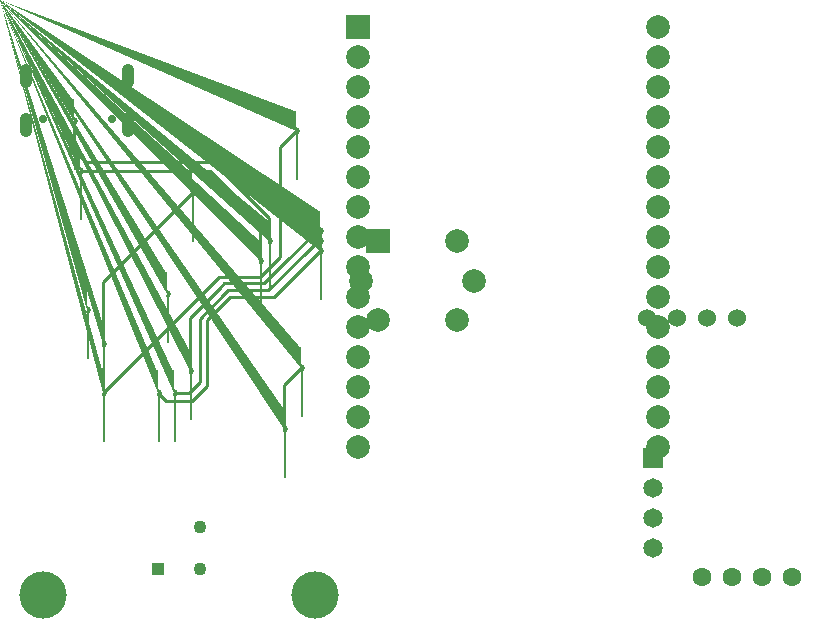
<source format=gbr>
%TF.GenerationSoftware,Flux,Pcbnew,7.0.11-7.0.11~ubuntu20.04.1*%
%TF.CreationDate,2024-04-08T19:48:30+00:00*%
%TF.ProjectId,input,696e7075-742e-46b6-9963-61645f706362,rev?*%
%TF.SameCoordinates,Original*%
%TF.FileFunction,Copper,L4,Bot*%
%TF.FilePolarity,Positive*%
%FSLAX46Y46*%
G04 Gerber Fmt 4.6, Leading zero omitted, Abs format (unit mm)*
G04 Filename: construction*
G04 Build it with Flux! Visit our site at: https://www.flux.ai (PCBNEW 7.0.11-7.0.11~ubuntu20.04.1) date 2024-04-08 19:48:30*
%MOMM*%
%LPD*%
G01*
G04 APERTURE LIST*
G04 Aperture macros list*
%AMFreePoly0*
4,1,5,1.000000,-1.000000,-1.000000,-1.000000,-1.000000,1.000000,1.000000,1.000000,1.000000,-1.000000,1.000000,-1.000000,$1*%
%AMFreePoly1*
4,1,5,0.550000,-0.550000,-0.550000,-0.550000,-0.550000,0.550000,0.550000,0.550000,0.550000,-0.550000,0.550000,-0.550000,$1*%
%AMFreePoly2*
4,1,129,0.022069,0.299187,0.036723,0.297744,0.051289,0.295583,0.065730,0.292711,0.080014,0.289133,0.094105,0.284858,0.107969,0.279898,0.121572,0.274263,0.134883,0.267967,0.147869,0.261026,0.160499,0.253456,0.172742,0.245275,0.184569,0.236504,0.195952,0.227163,0.206862,0.217274,0.217274,0.206862,0.227163,0.195952,0.236504,0.184569,0.245275,0.172742,0.253456,0.160499,
0.261026,0.147869,0.267967,0.134883,0.274263,0.121572,0.279898,0.107969,0.284858,0.094105,0.289133,0.080014,0.292711,0.065730,0.295583,0.051289,0.297744,0.036723,0.299187,0.022069,0.299910,0.007362,0.299910,-0.007362,0.299187,-0.022069,0.297744,-0.036723,0.295583,-0.051289,0.292711,-0.065730,0.289133,-0.080014,0.284858,-0.094105,0.279898,-0.107969,0.274263,-0.121572,
0.267967,-0.134883,0.261026,-0.147869,0.253456,-0.160499,0.245275,-0.172742,0.236504,-0.184569,0.227163,-0.195952,0.217274,-0.206862,0.206862,-0.217274,0.195952,-0.227163,0.184569,-0.236504,0.172742,-0.245275,0.160499,-0.253456,0.147869,-0.261026,0.134883,-0.267967,0.121572,-0.274263,0.107969,-0.279898,0.094105,-0.284858,0.080014,-0.289133,0.065730,-0.292711,0.051289,-0.295583,
0.036723,-0.297744,0.022069,-0.299187,0.007362,-0.299910,-0.007362,-0.299910,-0.022069,-0.299187,-0.036723,-0.297744,-0.051289,-0.295583,-0.065730,-0.292711,-0.080014,-0.289133,-0.094105,-0.284858,-0.107969,-0.279898,-0.121572,-0.274263,-0.134883,-0.267967,-0.147869,-0.261026,-0.160499,-0.253456,-0.172742,-0.245275,-0.184569,-0.236504,-0.195952,-0.227163,-0.206862,-0.217274,-0.217274,-0.206862,
-0.227163,-0.195952,-0.236504,-0.184569,-0.245275,-0.172742,-0.253456,-0.160499,-0.261026,-0.147869,-0.267967,-0.134883,-0.274263,-0.121572,-0.279898,-0.107969,-0.284858,-0.094105,-0.289133,-0.080014,-0.292711,-0.065730,-0.295583,-0.051289,-0.297744,-0.036723,-0.299187,-0.022069,-0.299910,-0.007362,-0.299910,0.007362,-0.299187,0.022069,-0.297744,0.036723,-0.295583,0.051289,-0.292711,0.065730,
-0.289133,0.080014,-0.284858,0.094105,-0.279898,0.107969,-0.274263,0.121572,-0.267967,0.134883,-0.261026,0.147869,-0.253456,0.160499,-0.245275,0.172742,-0.236504,0.184569,-0.227163,0.195952,-0.217274,0.206862,-0.206862,0.217274,-0.195952,0.227163,-0.184569,0.236504,-0.172742,0.245275,-0.160499,0.253456,-0.147869,0.261026,-0.134883,0.267967,-0.121572,0.274263,-0.107969,0.279898,
-0.094105,0.284858,-0.080014,0.289133,-0.065730,0.292711,-0.051289,0.295583,-0.036723,0.297744,-0.022069,0.299187,-0.007362,0.299910,0.007362,0.299910,0.022069,0.299187,0.022069,0.299187,$1*%
%AMFreePoly3*
4,1,5,0.825500,-0.825500,-0.825500,-0.825500,-0.825500,0.825500,0.825500,0.825500,0.825500,-0.825500,0.825500,-0.825500,$1*%
G04 Aperture macros list end*
%TA.AperFunction,ComponentPad*%
%ADD10C,2.000000*%
%TD*%
%TA.AperFunction,ComponentPad*%
%ADD11FreePoly0,0.000000*%
%TD*%
%TA.AperFunction,ComponentPad*%
%ADD12C,1.530000*%
%TD*%
%TA.AperFunction,ComponentPad*%
%ADD13O,1.050000X2.100000*%
%TD*%
%TA.AperFunction,ComponentPad*%
%ADD14C,0.700000*%
%TD*%
%TA.AperFunction,ComponentPad*%
%ADD15C,1.100000*%
%TD*%
%TA.AperFunction,ComponentPad*%
%ADD16FreePoly1,0.000000*%
%TD*%
%TA.AperFunction,ComponentPad*%
%ADD17FreePoly2,0.000000*%
%TD*%
%TA.AperFunction,ComponentPad*%
%ADD18C,4.000000*%
%TD*%
%TA.AperFunction,ComponentPad*%
%ADD19C,1.651000*%
%TD*%
%TA.AperFunction,ComponentPad*%
%ADD20FreePoly3,0.000000*%
%TD*%
%TA.AperFunction,ComponentPad*%
%ADD21C,1.600000*%
%TD*%
%TA.AperFunction,Conductor*%
%ADD22C,0.254000*%
%TD*%
G04 APERTURE END LIST*
D10*
%TO.P,,2684df83-8935-4121-ac40-83fb56e09c55__1681c945-72b0-7f93-9b1c-d8b98d81837b*%
%TO.N,N/C*%
X-17507400Y28438700D03*
%TO.P,,2684df83-8935-4121-ac40-83fb56e09c55__17fab3a6-b3b6-8ec4-2264-054d9d50592e*%
X-17507400Y-2041300D03*
%TO.P,,2684df83-8935-4121-ac40-83fb56e09c55__2020778a-1c05-828e-63d2-95975d722ede*%
X7892600Y5578700D03*
%TO.P,,2684df83-8935-4121-ac40-83fb56e09c55__21710e97-dc1e-f15b-eda8-a2464dd03780*%
X7892600Y3038700D03*
%TO.P,,2684df83-8935-4121-ac40-83fb56e09c55__27f9481c-3bcb-2a90-564a-5c7ded790d28*%
X7892600Y-2041300D03*
%TO.P,,2684df83-8935-4121-ac40-83fb56e09c55__328c094f-8b70-cc20-8ddc-ef78a24b48db*%
X-17507400Y5578700D03*
%TO.P,,2684df83-8935-4121-ac40-83fb56e09c55__332a967e-81ea-16ac-e60a-cc2e17d8dde3*%
X-17507400Y-4581300D03*
%TO.P,,2684df83-8935-4121-ac40-83fb56e09c55__374c4f85-6c34-b15b-3ed5-1f7ff7b3a299*%
X7892600Y-4581300D03*
%TO.P,,2684df83-8935-4121-ac40-83fb56e09c55__381f7a56-7398-9b44-1763-21f06fc513c0*%
X7892600Y23358700D03*
%TO.P,,2684df83-8935-4121-ac40-83fb56e09c55__45d4cad7-f425-cede-92f6-a2a1401b4e1f*%
X7892600Y13198700D03*
%TO.P,,2684df83-8935-4121-ac40-83fb56e09c55__5107874f-f7f4-8575-a692-b229e930cc41*%
X7892600Y25898700D03*
%TO.P,,2684df83-8935-4121-ac40-83fb56e09c55__51e6bff1-4260-f25f-d7f8-571ef873bd30*%
X-17507400Y18278700D03*
%TO.P,,2684df83-8935-4121-ac40-83fb56e09c55__57debd97-c2d0-e2c3-162d-79ee89d24b9a*%
X7892600Y498700D03*
%TO.P,,2684df83-8935-4121-ac40-83fb56e09c55__6a9fca37-2f67-b1da-a2f9-9eb7d3abe056*%
X7892600Y18278700D03*
%TO.P,,2684df83-8935-4121-ac40-83fb56e09c55__701db258-9fa3-cad7-30a5-5a6561dbb355*%
X7892600Y10658700D03*
%TO.P,,2684df83-8935-4121-ac40-83fb56e09c55__738b38ea-6f61-98d8-8d47-fccc3061142e*%
X-17507400Y10658700D03*
%TO.P,,2684df83-8935-4121-ac40-83fb56e09c55__8579b95e-c318-74ec-0dac-91f72d1d9f20*%
X-17507400Y13198700D03*
%TO.P,,2684df83-8935-4121-ac40-83fb56e09c55__a2cd3a6f-ce48-58eb-583f-fb343e76ae66*%
X7892600Y30978700D03*
%TO.P,,2684df83-8935-4121-ac40-83fb56e09c55__b2d017ea-0e67-e825-dc38-04406fc5657a*%
X-17507400Y23358700D03*
%TO.P,,2684df83-8935-4121-ac40-83fb56e09c55__b7edc7c1-e4d5-3a1f-8f07-e96cb847c8be*%
X-17507400Y25898700D03*
%TO.P,,2684df83-8935-4121-ac40-83fb56e09c55__bc942f36-3c55-2d88-23bc-028ca8ac1682*%
X-17507400Y15738700D03*
%TO.P,,2684df83-8935-4121-ac40-83fb56e09c55__c3f5efb9-41a8-9046-3793-763f72153749*%
X7892600Y15738700D03*
%TO.P,,2684df83-8935-4121-ac40-83fb56e09c55__c465326f-802c-b678-7b15-6a657aaeb571*%
X-17507400Y498700D03*
%TO.P,,2684df83-8935-4121-ac40-83fb56e09c55__ccd9ec73-aaba-48a7-f9e4-03e3414f5c21*%
X-17507400Y8118700D03*
%TO.P,,2684df83-8935-4121-ac40-83fb56e09c55__dab8ca2f-b8aa-51aa-2f8c-906afb0e15d5*%
X7892600Y20818700D03*
%TO.P,,2684df83-8935-4121-ac40-83fb56e09c55__dd2b9ed5-3bcc-4b1c-db1d-9b3410ec84ed*%
X7892600Y8118700D03*
%TO.P,,2684df83-8935-4121-ac40-83fb56e09c55__dfb48abf-4438-73d2-436d-6fc5f0f5fd0a*%
X-17507400Y3038700D03*
%TO.P,,2684df83-8935-4121-ac40-83fb56e09c55__e1f08ead-9b05-038d-2d79-9f349821d470*%
X7892600Y28438700D03*
D11*
%TO.P,,2684df83-8935-4121-ac40-83fb56e09c55__e9093935-73c7-5956-880e-38eab8ed4176*%
X-17507400Y30978700D03*
D10*
%TO.P,,2684df83-8935-4121-ac40-83fb56e09c55__f064026a-d470-09ad-56c0-a49e70aa95d1*%
X-17507400Y20818700D03*
D12*
%TO.P,,285f62f9-6749-48b1-ab7e-5e6487e413bd__29397c00-5b80-4142-8ce1-bf66c46add7f*%
X6934200Y6325100D03*
%TO.P,,285f62f9-6749-48b1-ab7e-5e6487e413bd__7d219b0a-4660-48da-bb7b-171fd9156a97*%
X12014200Y6325100D03*
%TO.P,,285f62f9-6749-48b1-ab7e-5e6487e413bd__b3f09223-462a-4226-a020-811beed3165f*%
X14554200Y6325100D03*
%TO.P,,285f62f9-6749-48b1-ab7e-5e6487e413bd__dfffc97b-e6df-4be9-b882-c0ec7df4936a*%
X9474200Y6325100D03*
D10*
%TO.P,,2ca73054-f3d6-4d48-a63a-64d3685a329d__08043e8b-dea1-e7f7-0389-85c5983ee149*%
X-7722500Y9464600D03*
%TO.P,,2ca73054-f3d6-4d48-a63a-64d3685a329d__19df8eec-1a5b-cfce-9197-c3eba028d4f3*%
X-15832500Y6104600D03*
D11*
%TO.P,,2ca73054-f3d6-4d48-a63a-64d3685a329d__9bcac7cd-9550-1b76-7437-116b7b149acb*%
X-15832500Y12824600D03*
D10*
%TO.P,,2ca73054-f3d6-4d48-a63a-64d3685a329d__af29ed9e-fb5e-ffcb-8c70-ef17bb20a3f0*%
X-9112500Y12824600D03*
%TO.P,,2ca73054-f3d6-4d48-a63a-64d3685a329d__b997a432-7c81-91d5-40c2-0a5b26e3039a*%
X-9112500Y6104600D03*
%TO.P,,2ca73054-f3d6-4d48-a63a-64d3685a329d__ecf15d2d-288e-fb45-273c-7a3fb9734dbc*%
X-17222500Y9464600D03*
D13*
%TO.P,,524fe574-ded1-479e-91f4-8c6378144d1f__366fe70b-2e7c-4825-83ef-e435b0a7bfa1__151de0cf-061c-022d-750c-8059298fd331*%
X-36947000Y26837189D03*
%TO.P,,524fe574-ded1-479e-91f4-8c6378144d1f__366fe70b-2e7c-4825-83ef-e435b0a7bfa1__5e795bfa-6176-7428-dfe5-65e868c08581*%
X-36947011Y22657189D03*
%TO.P,,524fe574-ded1-479e-91f4-8c6378144d1f__366fe70b-2e7c-4825-83ef-e435b0a7bfa1__6b0ad07c-f3cb-7015-1df6-80edd334a834*%
X-45587000Y26837211D03*
%TO.P,,524fe574-ded1-479e-91f4-8c6378144d1f__366fe70b-2e7c-4825-83ef-e435b0a7bfa1__eca2d66d-a4ef-8042-25d5-7e14a1b61bf2*%
X-45587011Y22657211D03*
D14*
%TO.P,,524fe574-ded1-479e-91f4-8c6378144d1f__366fe70b-2e7c-4825-83ef-e435b0a7bfa1__2abc0520-f859-9267-43a7-fe1576b97ac1.mounts.18bf087486b8d015d51f11af05d7673e*%
X-44157010Y23187208D03*
%TO.P,,524fe574-ded1-479e-91f4-8c6378144d1f__366fe70b-2e7c-4825-83ef-e435b0a7bfa1__2abc0520-f859-9267-43a7-fe1576b97ac1.mounts.3c633e70d7eaebb1b44c3783a2bacc9d*%
X-38377010Y23187192D03*
D15*
%TO.P,,524fe574-ded1-479e-91f4-8c6378144d1f__fb24be74-08f5-4fba-ba5b-8b0a9332da03__1d139908-17ed-4868-ba9d-adfc46ac3769*%
X-30871000Y-11366800D03*
%TO.P,,524fe574-ded1-479e-91f4-8c6378144d1f__fb24be74-08f5-4fba-ba5b-8b0a9332da03__61cd7f81-41a1-4e81-82d9-5ddff20318e7*%
X-30871000Y-14958800D03*
D16*
%TO.P,,524fe574-ded1-479e-91f4-8c6378144d1f__fb24be74-08f5-4fba-ba5b-8b0a9332da03__c3485a59-ddc8-4e5a-917d-8135297b3a66*%
X-34463000Y-14958800D03*
D17*
%TO.P,,524fe574-ded1-479e-91f4-8c6378144d1f__8418ba5a-2944-48f8-97d4-d57cd4bec09f*%
%TO.N,Net 12*%
X-25817000Y11137200D03*
%TO.P,,524fe574-ded1-479e-91f4-8c6378144d1f__96a43238-ec5c-451a-99c0-7ae27e42b3c9*%
X-41017000Y18787200D03*
%TO.P,,524fe574-ded1-479e-91f4-8c6378144d1f__66eee8d5-50c8-4f21-84c5-5447794f63f8*%
%TO.N,GND*%
X-33667000Y8356900D03*
%TO.P,,524fe574-ded1-479e-91f4-8c6378144d1f__d88b407d-72ea-4ebf-9e18-4bfed492c263*%
X-40417000Y6991800D03*
%TO.P,,524fe574-ded1-479e-91f4-8c6378144d1f__2d1026f7-ecc9-469a-acc3-9ec0c9b7e607*%
%TO.N,Net 5*%
X-23757000Y-3103300D03*
%TO.P,,524fe574-ded1-479e-91f4-8c6378144d1f__f988a4b5-c6a9-4fb2-a89d-44bc7d981f30*%
X-22302000Y2101200D03*
%TO.P,,524fe574-ded1-479e-91f4-8c6378144d1f__6694322d-e67f-46a3-a8ce-094305afcbff*%
%TO.N,Net 8*%
X-39116800Y4112200D03*
%TO.P,,524fe574-ded1-479e-91f4-8c6378144d1f__8949a3f1-c3e2-4b4a-9bdd-3c0b4f96625f*%
X-31576800Y16862000D03*
%TO.P,,524fe574-ded1-479e-91f4-8c6378144d1f__095aaf2a-ac69-4e2a-a57c-f1480694a4b3*%
%TO.N,Net 9*%
X-22761300Y22187200D03*
%TO.P,,524fe574-ded1-479e-91f4-8c6378144d1f__7b95a83a-3899-435a-93de-3ca94212db24*%
X-39116800Y-47200D03*
%TO.P,,524fe574-ded1-479e-91f4-8c6378144d1f__6e814479-ab0b-4583-a810-1943c6add213*%
%TO.N,Net 18*%
X-31767000Y1793700D03*
%TO.P,,524fe574-ded1-479e-91f4-8c6378144d1f__c3652db3-ed27-45fc-8d00-e181c5b1b64e*%
X-20717000Y13687200D03*
%TO.P,,524fe574-ded1-479e-91f4-8c6378144d1f__2893af39-1b26-4cb1-a204-eb958448f1e6*%
%TO.N,Net 15*%
X-20717000Y11987200D03*
%TO.P,,524fe574-ded1-479e-91f4-8c6378144d1f__8bdab6be-c8ab-4f3d-bcf9-bbde913a940f*%
X-34417000Y-47200D03*
%TO.P,,524fe574-ded1-479e-91f4-8c6378144d1f__0c994fcb-406a-43c4-98de-33d9d18c1228*%
%TO.N,Net 23*%
X-25017000Y12837200D03*
%TO.P,,524fe574-ded1-479e-91f4-8c6378144d1f__7103baed-1c25-4b05-95ca-655169e19011*%
X-41517000Y22950200D03*
%TO.P,,524fe574-ded1-479e-91f4-8c6378144d1f__03fa7498-67ac-463d-922e-cb035f71abf9*%
%TO.N,Net 14*%
X-33092100Y-47200D03*
%TO.P,,524fe574-ded1-479e-91f4-8c6378144d1f__4d594802-45be-4274-851f-08c41d5f9dd5*%
X-20717000Y12837200D03*
D18*
%TO.P,,524fe574-ded1-479e-91f4-8c6378144d1f__126403d9-050c-4d5d-9847-9f38b3108224*%
%TO.N,N/C*%
X-44167000Y-17162800D03*
%TO.P,,524fe574-ded1-479e-91f4-8c6378144d1f__cfc146b8-363b-4055-862c-2d248574f881*%
X-21167000Y-17162800D03*
D19*
%TO.P,,bf4d72c7-13e7-4e3e-8cef-7c25da4dd21a__271d22f8-215a-0948-4546-fd550ad8229e*%
X7429200Y-10609900D03*
D20*
%TO.P,,bf4d72c7-13e7-4e3e-8cef-7c25da4dd21a__5305335a-9f51-0d58-7e7f-f55550fcb3ba*%
X7429200Y-5529900D03*
D19*
%TO.P,,bf4d72c7-13e7-4e3e-8cef-7c25da4dd21a__68679347-14c6-b131-5eb9-5ada6c4cbf42*%
X7429200Y-13149900D03*
%TO.P,,bf4d72c7-13e7-4e3e-8cef-7c25da4dd21a__efca75aa-0d88-8f16-c584-5195d8301ba5*%
X7429200Y-8069900D03*
D21*
%TO.P,,9c95b831-916d-496f-ace5-6ea6c91dd12e__f4a0c8aa-c0dd-4907-b71a-88e950c39149*%
X19273800Y-15605000D03*
%TO.P,,9c95b831-916d-496f-ace5-6ea6c91dd12e__b07d8f8e-2340-42e7-906e-bb789d71a117*%
X11653800Y-15605000D03*
%TO.P,,9c95b831-916d-496f-ace5-6ea6c91dd12e__9e85e25b-ae4e-4fe4-941b-184b15b09b4f*%
X16733800Y-15605000D03*
%TO.P,,9c95b831-916d-496f-ace5-6ea6c91dd12e__2ac23be2-424a-46dd-bfbb-c099e8e28d6d*%
X14193800Y-15605000D03*
%TD*%
D22*
%TO.N,Net 12*%
X-41017000Y18787200D02*
X-30017000Y18787200D01*
X-30017000Y18787200D02*
X-25817000Y14587200D01*
X-25817000Y14587200D02*
X-25817000Y11137200D01*
%TO.N,Net 5*%
X-23757000Y-3103300D02*
X-23757000Y646100D01*
X-23757000Y646200D02*
X-22302000Y2101200D01*
%TO.N,Net 8*%
X-39116800Y9322000D02*
X-31576800Y16862000D01*
X-39116800Y4112200D02*
X-39116800Y9322000D01*
%TO.N,Net 9*%
X-24117000Y11487200D02*
X-24117000Y13352400D01*
X-29282400Y9787200D02*
X-25817000Y9787200D01*
X-24117000Y13352300D02*
X-24117000Y20831500D01*
X-25817000Y9787200D02*
X-24117000Y11487200D01*
X-24117000Y20831600D02*
X-22761400Y22187200D01*
X-39116800Y-47200D02*
X-29282400Y9787200D01*
%TO.N,Net 18*%
X-31767000Y1793800D02*
X-31767000Y6287200D01*
X-25472000Y9237200D02*
X-23572000Y11137200D01*
X-26520400Y9237200D02*
X-25472000Y9237200D01*
X-23572000Y11137200D02*
X-21022000Y13687200D01*
X-28817000Y9237200D02*
X-26520400Y9237200D01*
X-21022000Y13687200D02*
X-20717000Y13687200D01*
X-29217000Y8837200D02*
X-28817000Y9237200D01*
X-31767000Y6287200D02*
X-29217000Y8837200D01*
%TO.N,Net 15*%
X-24642000Y8062200D02*
X-20717000Y11987200D01*
X-34417000Y-47200D02*
X-33744200Y-720000D01*
X-33744200Y-720000D02*
X-31767000Y-720000D01*
X-30315600Y549600D02*
X-31585200Y-720000D01*
X-28367000Y8062200D02*
X-24642000Y8062200D01*
X-30315600Y1397600D02*
X-30315600Y6113600D01*
X-31585200Y-720000D02*
X-31767000Y-720000D01*
X-30315600Y549600D02*
X-30315600Y1397700D01*
X-30315600Y6113600D02*
X-28367000Y8062200D01*
%TO.N,Net 23*%
X-40517000Y19537200D02*
X-29797800Y19537200D01*
X-25017000Y14756400D02*
X-25017000Y12837200D01*
X-41517000Y20537200D02*
X-40517000Y19537200D01*
X-25647800Y15387200D02*
X-25017000Y14756400D01*
X-41517000Y22950200D02*
X-41517000Y20537200D01*
X-29797900Y19537200D02*
X-25647900Y15387200D01*
%TO.N,Net 14*%
X-21783100Y11987200D02*
X-20933100Y12837200D01*
X-25097800Y8672400D02*
X-21783000Y11987200D01*
X-28501400Y8672500D02*
X-25097800Y8672500D01*
X-30917000Y862200D02*
X-30917000Y6256800D01*
X-28817000Y8356900D02*
X-28501400Y8672500D01*
X-30917000Y6256900D02*
X-28817000Y8356900D01*
X-33092100Y-47200D02*
X-31826300Y-47200D01*
X-20933000Y12837200D02*
X-20717000Y12837200D01*
X-31826400Y-47200D02*
X-30917000Y862200D01*
%TD*%
M02*

</source>
